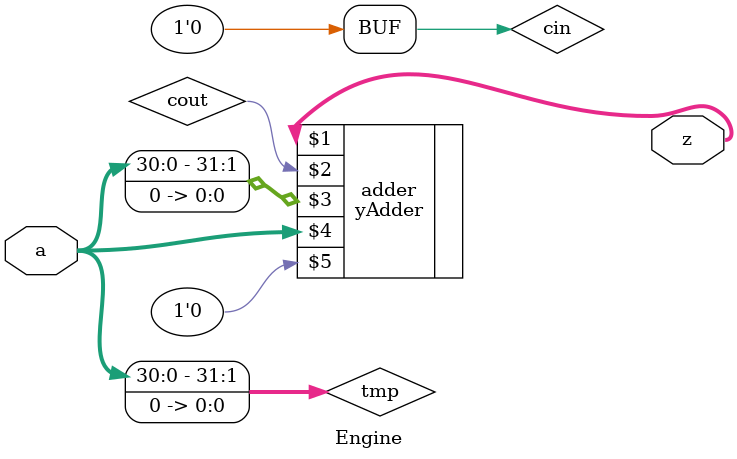
<source format=v>
module Engine(z, a);
output signed [31:0] z;
input signed [31:0] a;

wire[31:0] tmp;
wire cout;
wire cin;
assign cin = 0;
assign tmp[31:1] = a[30:0];
assign tmp[0] = 0;
yAdder adder(z, cout, tmp, a, cin);

endmodule

</source>
